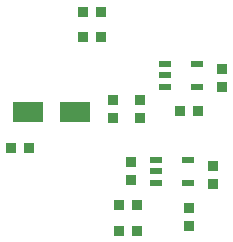
<source format=gtp>
G04 Layer_Color=8421504*
%FSLAX25Y25*%
%MOIN*%
G70*
G01*
G75*
%ADD10R,0.03740X0.03543*%
%ADD11R,0.04331X0.02362*%
%ADD12R,0.03543X0.03740*%
%ADD13R,0.09843X0.06693*%
D10*
X380000Y368905D02*
D03*
Y363000D02*
D03*
X413500Y341000D02*
D03*
Y346905D02*
D03*
X405500Y327000D02*
D03*
Y332906D02*
D03*
X386000Y342500D02*
D03*
Y348406D02*
D03*
X416500Y373500D02*
D03*
Y379405D02*
D03*
X389000Y363000D02*
D03*
Y368905D02*
D03*
D11*
X405130Y349000D02*
D03*
Y341520D02*
D03*
X394500D02*
D03*
Y349000D02*
D03*
Y345260D02*
D03*
X408130Y381000D02*
D03*
Y373520D02*
D03*
X397500D02*
D03*
Y381000D02*
D03*
Y377260D02*
D03*
D12*
X382095Y325500D02*
D03*
X388000D02*
D03*
X382095Y334000D02*
D03*
X388000D02*
D03*
X402500Y365500D02*
D03*
X408405D02*
D03*
X370000Y398500D02*
D03*
X375905D02*
D03*
X370000Y390000D02*
D03*
X375905D02*
D03*
X346000Y353000D02*
D03*
X351905D02*
D03*
D13*
X351752Y365000D02*
D03*
X367500D02*
D03*
M02*

</source>
